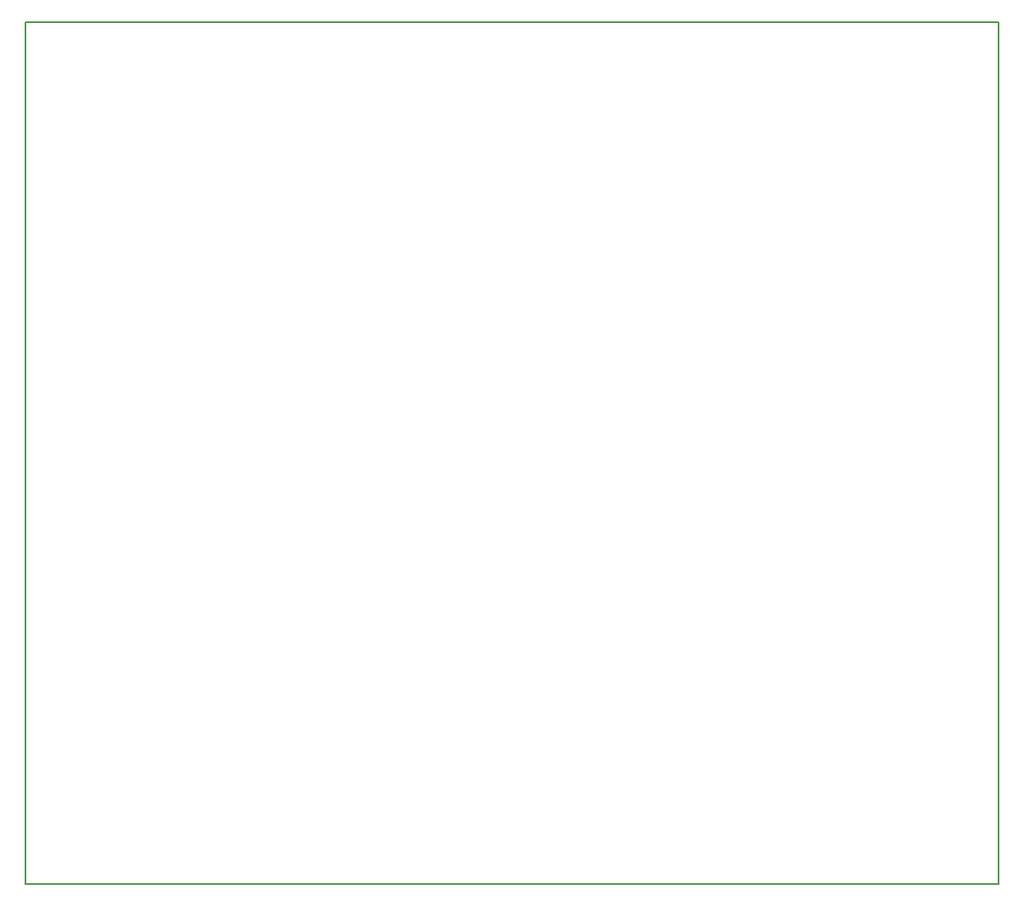
<source format=gm1>
%FSLAX25Y25*%
%MOIN*%
G70*
G01*
G75*
G04 Layer_Color=16711935*
%ADD10R,0.07874X0.03937*%
%ADD11C,0.03937*%
%ADD12O,0.02756X0.09843*%
%ADD13R,0.03248X0.01181*%
%ADD14R,0.01181X0.03248*%
%ADD15R,0.04724X0.05512*%
%ADD16R,0.04528X0.02362*%
%ADD17R,0.20276X0.09252*%
%ADD18R,0.05512X0.04724*%
%ADD19R,0.02362X0.04528*%
%ADD20R,0.11221X0.08465*%
%ADD21R,0.08465X0.11221*%
%ADD22R,0.04134X0.09449*%
%ADD23R,0.41929X0.35039*%
%ADD24R,0.12992X0.09449*%
%ADD25R,0.03937X0.09449*%
%ADD26O,0.08858X0.02362*%
%ADD27R,0.09449X0.04134*%
%ADD28R,0.35039X0.41929*%
%ADD29R,0.06693X0.06693*%
%ADD30O,0.00984X0.06102*%
%ADD31O,0.06102X0.00984*%
%ADD32C,0.01500*%
%ADD33C,0.03000*%
%ADD34C,0.03937*%
%ADD35C,0.01000*%
%ADD36C,0.02000*%
%ADD37C,0.07874*%
%ADD38C,0.11811*%
%ADD39C,0.11811*%
%ADD40C,0.04724*%
%ADD41C,0.05906*%
%ADD42R,0.05906X0.05906*%
%ADD43C,0.11000*%
%ADD44C,0.06299*%
%ADD45C,0.15748*%
%ADD46R,0.04724X0.04724*%
%ADD47R,0.07874X0.07874*%
%ADD48C,0.07874*%
%ADD49O,0.07874X0.03937*%
%ADD50O,0.07874X0.03937*%
%ADD51C,0.06693*%
%ADD52C,0.09000*%
%ADD53C,0.02000*%
%ADD54C,0.03800*%
%ADD55C,0.02500*%
%ADD56C,0.05000*%
%ADD57C,0.02800*%
%ADD58C,0.04000*%
%ADD59R,0.11811X0.11811*%
%ADD60C,0.19685*%
%ADD61C,0.00984*%
%ADD62C,0.02362*%
%ADD63C,0.00787*%
%ADD64C,0.00800*%
%ADD65R,0.08674X0.04737*%
%ADD66C,0.04737*%
%ADD67O,0.03556X0.10642*%
%ADD68R,0.04048X0.01981*%
%ADD69R,0.01981X0.04048*%
%ADD70R,0.05524X0.06312*%
%ADD71R,0.05328X0.03162*%
%ADD72R,0.21076X0.10052*%
%ADD73R,0.06312X0.05524*%
%ADD74R,0.03162X0.05328*%
%ADD75R,0.12020X0.09265*%
%ADD76R,0.09265X0.12020*%
%ADD77R,0.04934X0.10249*%
%ADD78R,0.42729X0.35839*%
%ADD79R,0.13792X0.10249*%
%ADD80R,0.04737X0.10249*%
%ADD81O,0.09658X0.03162*%
%ADD82R,0.10249X0.04934*%
%ADD83R,0.35839X0.42729*%
%ADD84R,0.07493X0.07493*%
%ADD85O,0.01784X0.06902*%
%ADD86O,0.06902X0.01784*%
%ADD87C,0.12611*%
%ADD88C,0.05524*%
%ADD89C,0.06706*%
%ADD90R,0.06706X0.06706*%
%ADD91C,0.11800*%
%ADD92C,0.07099*%
%ADD93C,0.16548*%
%ADD94R,0.05524X0.05524*%
%ADD95R,0.08674X0.08674*%
%ADD96C,0.08674*%
%ADD97O,0.08674X0.04737*%
%ADD98O,0.08674X0.04737*%
%ADD99C,0.07493*%
%ADD100C,0.09800*%
%ADD101C,0.04600*%
%ADD102C,0.03300*%
%ADD103C,0.05800*%
%ADD104C,0.03600*%
%ADD105C,0.04800*%
%ADD106R,0.12611X0.12611*%
D64*
X100000Y150000D02*
Y500000D01*
Y150000D02*
X495000D01*
Y500000D01*
X100000D02*
X495000D01*
M02*

</source>
